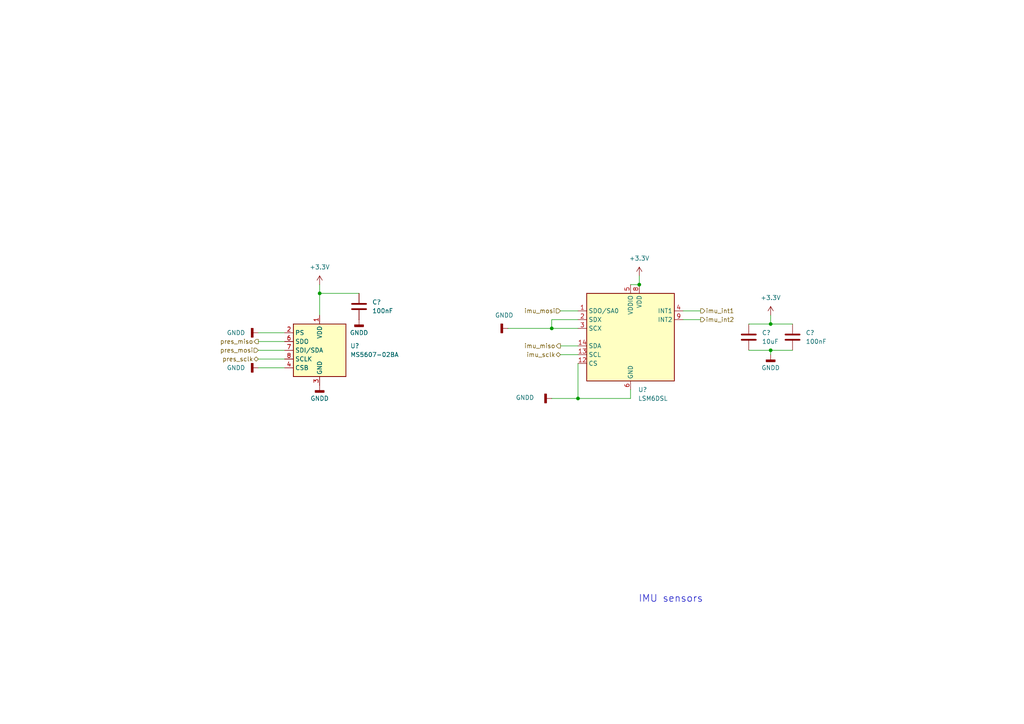
<source format=kicad_sch>
(kicad_sch (version 20250114) (generator "eeschema") (generator_version "9.0")
  (paper "A4")
  (lib_symbols
    (symbol "Device:C" (pin_numbers (hide yes)) (pin_names (offset 0.254))
      (property "Reference" "C" (at 0.635 2.54 0))
      (property "Value" "C" (at 0.635 -2.54 0))
      (symbol "C_0_1"
        (polyline (pts (xy -2.032 0.762) (xy 2.032 0.762)) (stroke (width 0.508)))
        (polyline (pts (xy -2.032 -0.762) (xy 2.032 -0.762)) (stroke (width 0.508)))
      )
      (symbol "C_1_1"
        (pin passive line (at 0 3.81 270) (length 2.794) (name "~") (number "1"))
        (pin passive line (at 0 -3.81 90) (length 2.794) (name "~") (number "2"))
      )
    )
    (symbol "Sensor_Motion:LSM6DSL"
      (property "Reference" "U" (at -11.43 15.24 0))
      (property "Value" "LSM6DSL" (at -11.43 12.7 0))
      (symbol "LSM6DSL_0_1"
        (rectangle (start -12.7 12.7) (end 12.7 -12.7) (stroke (width 0.254)) (fill (type background)))
      )
      (symbol "LSM6DSL_1_1"
        (pin bidirectional line (at -15.24 7.62 0) (length 2.54) (name "SDO/SA0") (number "1"))
        (pin bidirectional line (at -15.24 5.08 0) (length 2.54) (name "SDX") (number "2"))
        (pin input line (at -15.24 2.54 0) (length 2.54) (name "SCX") (number "3"))
        (pin bidirectional line (at -15.24 -2.54 0) (length 2.54) (name "SDA") (number "14"))
        (pin input line (at -15.24 -5.08 0) (length 2.54) (name "SCL") (number "13"))
        (pin input line (at -15.24 -7.62 0) (length 2.54) (name "CS") (number "12"))
        (pin power_in line (at 0 15.24 270) (length 2.54) (name "VDDIO") (number "5"))
        (pin power_in line (at 0 -15.24 90) (length 2.54) (name "GND") (number "6"))
        (pin passive line (at 0 -15.24 90) (length 2.54) (hide yes) (name "GND") (number "7"))
        (pin power_in line (at 2.54 15.24 270) (length 2.54) (name "VDD") (number "8"))
        (pin no_connect line (at 12.7 -2.54 180) (length 3.81) (hide yes) (name "NC") (number "11"))
        (pin no_connect line (at 12.7 -5.08 180) (length 3.81) (hide yes) (name "NC") (number "10"))
        (pin output line (at 15.24 7.62 180) (length 2.54) (name "INT1") (number "4"))
        (pin output line (at 15.24 5.08 180) (length 2.54) (name "INT2") (number "9"))
      )
    )
    (symbol "Sensor_Pressure:MS5607-02BA"
      (property "Reference" "U" (at -6.35 8.89 0))
      (property "Value" "MS5607-02BA" (at 7.62 8.89 0))
      (symbol "MS5607-02BA_0_1"
        (rectangle (start -7.62 7.62) (end 7.62 -7.62) (stroke (width 0.254)) (fill (type background)))
      )
      (symbol "MS5607-02BA_1_1"
        (pin input line (at -10.16 5.08 0) (length 2.54) (name "PS") (number "2"))
        (pin output line (at -10.16 2.54 0) (length 2.54) (name "SDO") (number "6"))
        (pin bidirectional line (at -10.16 0 0) (length 2.54) (name "SDI/SDA") (number "7"))
        (pin input line (at -10.16 -2.54 0) (length 2.54) (name "SCLK") (number "8"))
        (pin input line (at -10.16 -5.08 0) (length 2.54) (name "CSB") (number "4"))
        (pin input line (at -10.16 -5.08 0) (length 2.54) (hide yes) (name "CSB") (number "5"))
        (pin power_in line (at 0 10.16 270) (length 2.54) (name "VDD") (number "1"))
        (pin power_in line (at 0 -10.16 90) (length 2.54) (name "GND") (number "3"))
      )
    )
    (symbol "power:+3.3V" (power) (pin_numbers (hide yes)) (pin_names (offset 0) (hide yes))
      (property "Value" "+3.3V" (at 0 3.556 0))
      (symbol "+3.3V_0_1"
        (polyline (pts (xy -0.762 1.27) (xy 0 2.54)))
        (polyline (pts (xy 0 2.54) (xy 0.762 1.27)))
        (polyline (pts (xy 0 0) (xy 0 2.54)))
      )
      (symbol "+3.3V_1_1"
        (pin power_in line (at 0 0 90) (length 0) (name "~") (number "1"))
      )
    )
    (symbol "power:GNDD" (power) (pin_numbers (hide yes)) (pin_names (offset 0) (hide yes))
      (property "Value" "GNDD" (at 0 -3.175 0))
      (symbol "GNDD_0_1"
        (rectangle (start -1.27 -1.524) (end 1.27 -2.032) (stroke (width 0.254)) (fill (type outline)))
        (polyline (pts (xy 0 0) (xy 0 -1.524)))
      )
      (symbol "GNDD_1_1"
        (pin power_in line (at 0 0 270) (length 0) (name "~") (number "1"))
      )
    )
  )
  (text "IMU sensors" (at 194.564 173.736 0) (effects (font (size 2.032 2.032))))
  (junction (at 167.64 115.57))
  (junction (at 185.42 82.55))
  (junction (at 160.02 95.25))
  (junction (at 92.71 85.09))
  (junction (at 223.52 93.98))
  (junction (at 223.52 101.6))
  (wire (pts (xy 160.02 115.57) (xy 167.64 115.57)))
  (wire (pts (xy 182.88 115.57) (xy 182.88 113.03)))
  (wire (pts (xy 92.71 85.09) (xy 92.71 91.44)))
  (wire (pts (xy 74.93 101.6) (xy 82.55 101.6)))
  (wire (pts (xy 74.93 106.68) (xy 82.55 106.68)))
  (wire (pts (xy 74.93 99.06) (xy 82.55 99.06)))
  (wire (pts (xy 198.12 92.71) (xy 203.2 92.71)))
  (wire (pts (xy 182.88 82.55) (xy 185.42 82.55)))
  (wire (pts (xy 162.56 90.17) (xy 167.64 90.17)))
  (wire (pts (xy 167.64 105.41) (xy 167.64 115.57)))
  (wire (pts (xy 223.52 91.44) (xy 223.52 93.98)))
  (wire (pts (xy 162.56 102.87) (xy 167.64 102.87)))
  (wire (pts (xy 185.42 82.55) (xy 185.42 80.01)))
  (wire (pts (xy 92.71 82.55) (xy 92.71 85.09)))
  (wire (pts (xy 167.64 115.57) (xy 182.88 115.57)))
  (wire (pts (xy 198.12 90.17) (xy 203.2 90.17)))
  (wire (pts (xy 223.52 101.6) (xy 229.87 101.6)))
  (wire (pts (xy 167.64 92.71) (xy 160.02 92.71)))
  (wire (pts (xy 160.02 95.25) (xy 167.64 95.25)))
  (wire (pts (xy 217.17 101.6) (xy 223.52 101.6)))
  (wire (pts (xy 162.56 100.33) (xy 167.64 100.33)))
  (wire (pts (xy 74.93 96.52) (xy 82.55 96.52)))
  (wire (pts (xy 223.52 102.87) (xy 223.52 101.6)))
  (wire (pts (xy 92.71 85.09) (xy 104.14 85.09)))
  (wire (pts (xy 160.02 92.71) (xy 160.02 95.25)))
  (wire (pts (xy 223.52 93.98) (xy 229.87 93.98)))
  (wire (pts (xy 217.17 93.98) (xy 223.52 93.98)))
  (wire (pts (xy 74.93 104.14) (xy 82.55 104.14)))
  (wire (pts (xy 147.32 95.25) (xy 160.02 95.25)))
  (hierarchical_label "pres_sclk" (shape bidirectional) (at 74.93 104.14 180))
  (hierarchical_label "imu_int1" (shape output) (at 203.2 90.17 0))
  (hierarchical_label "imu_mosi" (shape input) (at 162.56 90.17 180))
  (hierarchical_label "pres_mosi" (shape input) (at 74.93 101.6 180))
  (hierarchical_label "imu_miso" (shape output) (at 162.56 100.33 180))
  (hierarchical_label "imu_int2" (shape output) (at 203.2 92.71 0))
  (hierarchical_label "pres_miso" (shape output) (at 74.93 99.06 180))
  (hierarchical_label "imu_sclk" (shape bidirectional) (at 162.56 102.87 180))
  (symbol (lib_id "power:GNDD") (at 74.93 96.52 270) (unit 1)
    (property "Reference" "#PWR?" (effects (hide yes)))
    (property "Value" "GNDD" (at 71.12 96.5199 90) (effects (justify right)))
    (property "Description" "Power symbol creates a global label with name \"GNDD\" , digital ground" (effects (hide yes)))
  )
  (symbol (lib_id "power:GNDD") (at 223.52 102.87 0) (unit 1)
    (property "Reference" "#PWR?" (effects (hide yes)))
    (property "Value" "GNDD" (at 223.52 106.68 0))
    (property "Description" "Power symbol creates a global label with name \"GNDD\" , digital ground" (effects (hide yes)))
  )
  (symbol (lib_id "power:+3.3V") (at 185.42 80.01 0) (unit 1)
    (property "Reference" "#PWR?" (effects (hide yes)))
    (property "Value" "+3.3V" (at 185.42 74.93 0))
    (property "Description" "Power symbol creates a global label with name \"+3.3V\"" (effects (hide yes)))
  )
  (symbol (lib_id "Device:C") (at 104.14 88.9 0) (unit 1)
    (property "Reference" "C?" (at 107.95 87.6299 0) (effects (justify left)))
    (property "Value" "100nF" (at 107.95 90.1699 0) (effects (justify left)))
    (property "Footprint" "Capacitor_SMD:C_0603_1608Metric_Pad1.08x0.95mm_HandSolder" (effects (hide yes)))
    (property "Datasheet" "https://content.kemet.com/datasheets/KEM_C1002_X7R_SMD.pdf" (effects (hide yes)))
    (property "Description" "Unpolarized capacitor" (effects (hide yes)))
    (property "Purchase" "https://www.digikey.com/en/products/detail/kemet/C0603C104M5RACTU/2199782" (effects (hide yes)))
  )
  (symbol (lib_id "Sensor_Pressure:MS5607-02BA") (at 92.71 101.6 0) (unit 1)
    (property "Reference" "U?" (at 101.6 100.3299 0) (effects (justify left)))
    (property "Value" "MS5607-02BA" (at 101.6 102.8699 0) (effects (justify left)))
    (property "Footprint" "Package_LGA:LGA-8_3x5mm_P1.25mm" (effects (hide yes)))
    (property "Datasheet" "https://www.te.com/commerce/DocumentDelivery/DDEController?Action=showdoc&DocId=Data+Sheet%7FMS5607-02BA03%7FB2%7Fpdf%7FEnglish%7FENG_DS_MS5607-02BA03_B2.pdf%7FCAT-BLPS0035" (effects (hide yes)))
    (property "Description" "Barometric pressure sensor, 20cm resolution, 10 to 1200 mbar, I2C and SPI interface up to 20MHz, LGA-8" (effects (hide yes)))
    (property "Purchase" "https://www.digikey.com/en/products/detail/te-connectivity-measurement-specialties/MS560702BA03-50/4700931" (effects (hide yes)))
  )
  (symbol (lib_id "power:GNDD") (at 147.32 95.25 270) (unit 1)
    (property "Reference" "#PWR?" (effects (hide yes)))
    (property "Value" "GNDD" (at 146.2405 91.44 90))
    (property "Description" "Power symbol creates a global label with name \"GNDD\" , digital ground" (effects (hide yes)))
  )
  (symbol (lib_id "power:GNDD") (at 160.02 115.57 270) (unit 1)
    (property "Reference" "#PWR?" (effects (hide yes)))
    (property "Value" "GNDD" (at 154.94 115.316 90) (effects (justify right)))
    (property "Description" "Power symbol creates a global label with name \"GNDD\" , digital ground" (effects (hide yes)))
  )
  (symbol (lib_id "power:+3.3V") (at 92.71 82.55 0) (unit 1)
    (property "Reference" "#PWR?" (effects (hide yes)))
    (property "Value" "+3.3V" (at 92.71 77.47 0))
    (property "Description" "Power symbol creates a global label with name \"+3.3V\"" (effects (hide yes)))
  )
  (symbol (lib_id "power:GNDD") (at 92.71 111.76 0) (unit 1)
    (property "Reference" "#PWR?" (effects (hide yes)))
    (property "Value" "GNDD" (at 92.71 115.57 0))
    (property "Description" "Power symbol creates a global label with name \"GNDD\" , digital ground" (effects (hide yes)))
  )
  (symbol (lib_id "power:GNDD") (at 74.93 106.68 270) (unit 1)
    (property "Reference" "#PWR?" (effects (hide yes)))
    (property "Value" "GNDD" (at 71.12 106.6799 90) (effects (justify right)))
    (property "Description" "Power symbol creates a global label with name \"GNDD\" , digital ground" (effects (hide yes)))
  )
  (symbol (lib_id "power:GNDD") (at 104.14 92.71 0) (unit 1)
    (property "Reference" "#PWR?" (effects (hide yes)))
    (property "Value" "GNDD" (at 104.14 96.52 0))
    (property "Description" "Power symbol creates a global label with name \"GNDD\" , digital ground" (effects (hide yes)))
  )
  (symbol (lib_id "Device:C") (at 229.87 97.79 0) (unit 1)
    (property "Reference" "C?" (at 233.68 96.5199 0) (effects (justify left)))
    (property "Value" "100nF" (at 233.68 99.0599 0) (effects (justify left)))
    (property "Footprint" "Capacitor_SMD:C_0603_1608Metric_Pad1.08x0.95mm_HandSolder" (effects (hide yes)))
    (property "Datasheet" "https://content.kemet.com/datasheets/KEM_C1002_X7R_SMD.pdf" (effects (hide yes)))
    (property "Description" "Unpolarized capacitor" (effects (hide yes)))
    (property "Purchase" "https://www.digikey.com/en/products/detail/kemet/C0603C104M5RACTU/2199782" (effects (hide yes)))
  )
  (symbol (lib_id "power:+3.3V") (at 223.52 91.44 0) (unit 1)
    (property "Reference" "#PWR?" (effects (hide yes)))
    (property "Value" "+3.3V" (at 223.52 86.36 0))
    (property "Description" "Power symbol creates a global label with name \"+3.3V\"" (effects (hide yes)))
  )
  (symbol (lib_id "Sensor_Motion:LSM6DSL") (at 182.88 97.79 0) (unit 1)
    (property "Reference" "U?" (at 185.0741 113.03 0) (effects (justify left)))
    (property "Value" "LSM6DSL" (at 185.0741 115.57 0) (effects (justify left)))
    (property "Footprint" "Package_LGA:LGA-14_3x2.5mm_P0.5mm_LayoutBorder3x4y" (effects (hide yes)))
    (property "Datasheet" "https://www.st.com/resource/en/datasheet/lsm6dsl.pdf" (effects (hide yes)))
    (property "Description" "I2C/SPI, iNEMO inertial module: always-on 3D accelerometer and 3D gyroscope, 1.71V to 3.6V VCC" (effects (hide yes)))
    (property "Purchase" "https://www.digikey.com/en/products/detail/stmicroelectronics/LSM6DSLTR/6192804" (effects (hide yes)))
  )
  (symbol (lib_id "Device:C") (at 217.17 97.79 0) (unit 1)
    (property "Reference" "C?" (at 220.98 96.5199 0) (effects (justify left)))
    (property "Value" "10uF" (at 220.98 99.0599 0) (effects (justify left)))
    (property "Footprint" "Capacitor_Tantalum_SMD:CP_EIA-3216-18_Kemet-A_Pad1.58x1.35mm_HandSolder" (effects (hide yes)))
    (property "Datasheet" "https://content.kemet.com/datasheets/KEM_T2005_T491.pdf" (effects (hide yes)))
    (property "Description" "Unpolarized capacitor" (effects (hide yes)))
    (property "Purchase" "https://www.digikey.com/en/products/detail/kemet/T491A106K010AT/818545" (effects (hide yes)))
  )
)
</source>
